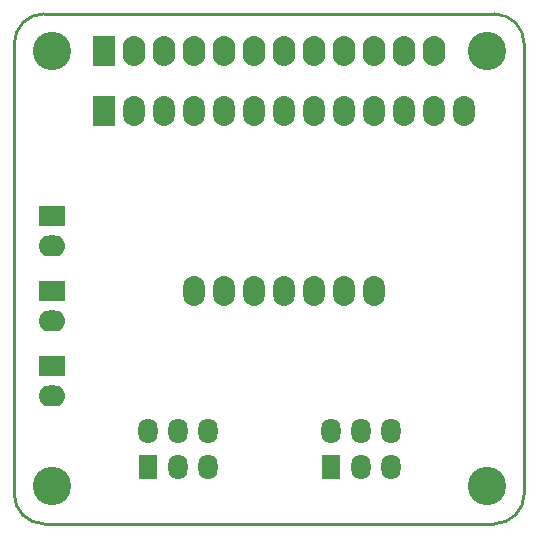
<source format=gts>
%TF.GenerationSoftware,KiCad,Pcbnew,no-vcs-found-427e5ec~60~ubuntu16.04.1*%
%TF.CreationDate,2017-09-22T14:20:22-04:00*%
%TF.ProjectId,i2c_interface_mpr121,6932635F696E746572666163655F6D70,1.0*%
%TF.SameCoordinates,Original*%
%TF.FileFunction,Soldermask,Top*%
%TF.FilePolarity,Negative*%
%FSLAX46Y46*%
G04 Gerber Fmt 4.6, Leading zero omitted, Abs format (unit mm)*
G04 Created by KiCad (PCBNEW no-vcs-found-427e5ec~60~ubuntu16.04.1) date Fri Sep 22 14:20:22 2017*
%MOMM*%
%LPD*%
G01*
G04 APERTURE LIST*
%ADD10C,0.228600*%
%ADD11R,1.625600X2.133600*%
%ADD12O,1.625600X2.133600*%
%ADD13C,3.250000*%
%ADD14O,1.854200X2.540000*%
%ADD15R,1.854200X2.540000*%
%ADD16O,1.905000X2.540000*%
%ADD17R,1.905000X2.540000*%
%ADD18O,2.286000X1.778000*%
%ADD19R,2.286000X1.778000*%
G04 APERTURE END LIST*
D10*
X142240000Y-101600000D02*
X104140000Y-101600000D01*
X144780000Y-142240000D02*
X144780000Y-104140000D01*
X104140000Y-144780000D02*
X142240000Y-144780000D01*
X101600000Y-104140000D02*
X101600000Y-142240000D01*
X144780000Y-104140000D02*
G75*
G03X142240000Y-101600000I-2540000J0D01*
G01*
X142240000Y-144780000D02*
G75*
G03X144780000Y-142240000I0J2540000D01*
G01*
X101600000Y-142240000D02*
G75*
G03X104140000Y-144780000I2540000J0D01*
G01*
X104140000Y-101600000D02*
G75*
G03X101600000Y-104140000I0J-2540000D01*
G01*
D11*
%TO.C,P1*%
X112903000Y-139954000D03*
D12*
X112903000Y-136906000D03*
X115443000Y-139954000D03*
X115443000Y-136906000D03*
X117983000Y-139954000D03*
X117983000Y-136906000D03*
%TD*%
%TO.C,P2*%
X133477000Y-136906000D03*
X133477000Y-139954000D03*
X130937000Y-136906000D03*
X130937000Y-139954000D03*
X128397000Y-136906000D03*
D11*
X128397000Y-139954000D03*
%TD*%
D13*
%TO.C,SO1*%
X104775000Y-104775000D03*
%TD*%
%TO.C,SO2*%
X104775000Y-141605000D03*
%TD*%
%TO.C,SO3*%
X141605000Y-141605000D03*
%TD*%
%TO.C,SO4*%
X141605000Y-104775000D03*
%TD*%
D14*
%TO.C,AF1*%
X139700000Y-109855000D03*
X137160000Y-109855000D03*
X134620000Y-109855000D03*
X132080000Y-109855000D03*
X129540000Y-109855000D03*
X127000000Y-109855000D03*
X124460000Y-109855000D03*
X121920000Y-109855000D03*
X119380000Y-109855000D03*
X116840000Y-109855000D03*
X114300000Y-109855000D03*
X111760000Y-109855000D03*
D15*
X109220000Y-109855000D03*
D14*
X132080000Y-125095000D03*
X129540000Y-125095000D03*
X127000000Y-125095000D03*
X124460000Y-125095000D03*
X121920000Y-125095000D03*
X119380000Y-125095000D03*
X116840000Y-125095000D03*
%TD*%
D16*
%TO.C,T1*%
X137160000Y-104775000D03*
X134620000Y-104775000D03*
X132080000Y-104775000D03*
X129540000Y-104775000D03*
X127000000Y-104775000D03*
X124460000Y-104775000D03*
X121920000Y-104775000D03*
X119380000Y-104775000D03*
D17*
X109220000Y-104775000D03*
D16*
X111760000Y-104775000D03*
X114300000Y-104775000D03*
X116840000Y-104775000D03*
%TD*%
D18*
%TO.C,S1*%
X104775000Y-121285000D03*
D19*
X104775000Y-118745000D03*
%TD*%
%TO.C,S2*%
X104775000Y-125095000D03*
D18*
X104775000Y-127635000D03*
%TD*%
%TO.C,S3*%
X104775000Y-133985000D03*
D19*
X104775000Y-131445000D03*
%TD*%
M02*

</source>
